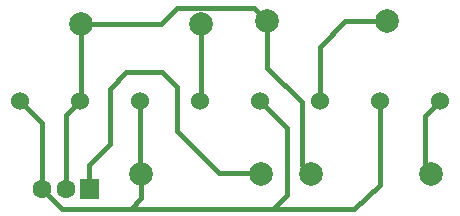
<source format=gtl>
G04 Layer: TopLayer*
G04 EasyEDA v6.4.5, 2020-09-10T16:32:17+00:00*
G04 8311660e1345463fb4ee0ea210310b8d,b97ca10cbf7f413284ca0e80e24dcd20,10*
G04 Gerber Generator version 0.2*
G04 Scale: 100 percent, Rotated: No, Reflected: No *
G04 Dimensions in inches *
G04 leading zeros omitted , absolute positions ,2 integer and 4 decimal *
%FSLAX24Y24*%
%MOIN*%
G90*
G70D02*

%ADD11C,0.015000*%
%ADD12C,0.078740*%
%ADD13C,0.060000*%
%ADD14C,0.062992*%

%LPD*%
G54D11*
G01X2550Y6500D02*
G01X5200Y6500D01*
G01X5750Y7050D01*
G01X8300Y7050D01*
G01X8750Y6600D01*
G01X12500Y3950D02*
G01X12500Y1150D01*
G01X11650Y350D01*
G01X8950Y350D01*
G01X4200Y350D02*
G01X8950Y350D01*
G01X9400Y800D01*
G01X9400Y3050D01*
G01X8500Y3950D01*
G01X8750Y6600D02*
G01X8750Y5050D01*
G01X9900Y3900D01*
G01X9900Y1800D01*
G01X10200Y1500D01*
G01X14500Y3950D02*
G01X14000Y3450D01*
G01X14000Y1700D01*
G01X14200Y1500D01*
G01X10500Y3950D02*
G01X10500Y5750D01*
G01X11350Y6600D01*
G01X12750Y6600D01*
G01X2812Y1008D02*
G01X2812Y1812D01*
G01X3500Y2500D01*
G01X3500Y4350D01*
G01X4050Y4900D01*
G01X5250Y4900D01*
G01X5750Y4400D01*
G01X5750Y2950D01*
G01X7150Y1550D01*
G01X8500Y1550D01*
G01X8550Y1500D01*
G01X4500Y3950D02*
G01X4500Y1550D01*
G01X4550Y1500D01*
G01X6550Y6500D02*
G01X6550Y4000D01*
G01X6500Y3950D01*
G01X1237Y1009D02*
G01X1896Y350D01*
G01X4200Y350D01*
G01X4550Y700D01*
G01X4550Y1500D01*
G01X1237Y1009D02*
G01X1237Y3212D01*
G01X500Y3950D01*
G01X2550Y6500D02*
G01X2550Y4000D01*
G01X2500Y3950D01*
G01X2025Y1009D02*
G01X2025Y3475D01*
G01X2500Y3950D01*
G54D12*
G01X14200Y1500D03*
G01X10200Y1500D03*
G01X12750Y6600D03*
G01X8750Y6600D03*
G01X6550Y6500D03*
G01X2550Y6500D03*
G54D13*
G01X500Y3950D03*
G01X2500Y3950D03*
G01X4500Y3950D03*
G01X6500Y3950D03*
G01X8500Y3950D03*
G01X10500Y3950D03*
G01X12500Y3950D03*
G01X14500Y3950D03*
G54D14*
G01X1236Y1009D03*
G01X2025Y1009D03*
G36*
G01X2497Y1338D02*
G01X3127Y1338D01*
G01X3127Y678D01*
G01X2497Y678D01*
G01X2497Y1338D01*
G37*
G54D12*
G01X8550Y1500D03*
G01X4550Y1500D03*
M00*
M02*

</source>
